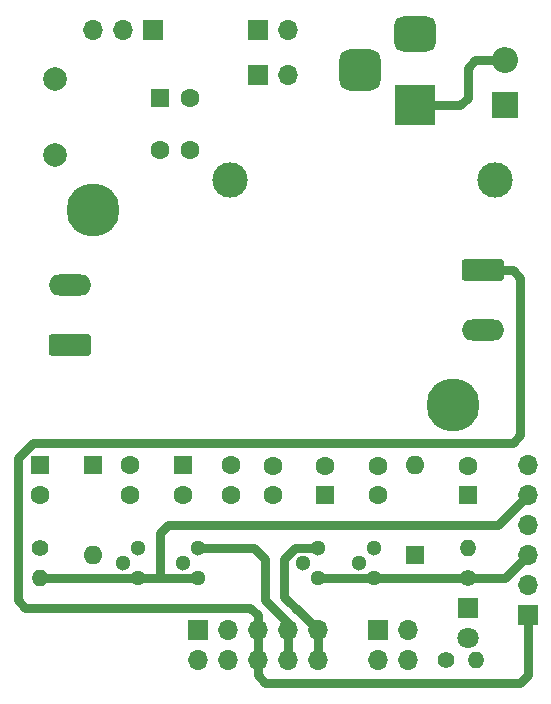
<source format=gbl>
G04 #@! TF.GenerationSoftware,KiCad,Pcbnew,6.0.4+dfsg-1+b1*
G04 #@! TF.CreationDate,2022-04-24T01:25:23+03:00*
G04 #@! TF.ProjectId,yatabaza-power,79617461-6261-47a6-912d-706f7765722e,rev?*
G04 #@! TF.SameCoordinates,Original*
G04 #@! TF.FileFunction,Copper,L2,Bot*
G04 #@! TF.FilePolarity,Positive*
%FSLAX46Y46*%
G04 Gerber Fmt 4.6, Leading zero omitted, Abs format (unit mm)*
G04 Created by KiCad (PCBNEW 6.0.4+dfsg-1+b1) date 2022-04-24 01:25:23*
%MOMM*%
%LPD*%
G01*
G04 APERTURE LIST*
G04 Aperture macros list*
%AMRoundRect*
0 Rectangle with rounded corners*
0 $1 Rounding radius*
0 $2 $3 $4 $5 $6 $7 $8 $9 X,Y pos of 4 corners*
0 Add a 4 corners polygon primitive as box body*
4,1,4,$2,$3,$4,$5,$6,$7,$8,$9,$2,$3,0*
0 Add four circle primitives for the rounded corners*
1,1,$1+$1,$2,$3*
1,1,$1+$1,$4,$5*
1,1,$1+$1,$6,$7*
1,1,$1+$1,$8,$9*
0 Add four rect primitives between the rounded corners*
20,1,$1+$1,$2,$3,$4,$5,0*
20,1,$1+$1,$4,$5,$6,$7,0*
20,1,$1+$1,$6,$7,$8,$9,0*
20,1,$1+$1,$8,$9,$2,$3,0*%
G04 Aperture macros list end*
G04 #@! TA.AperFunction,ComponentPad*
%ADD10C,1.600000*%
G04 #@! TD*
G04 #@! TA.AperFunction,ComponentPad*
%ADD11R,1.600000X1.600000*%
G04 #@! TD*
G04 #@! TA.AperFunction,ComponentPad*
%ADD12R,3.500000X3.500000*%
G04 #@! TD*
G04 #@! TA.AperFunction,ComponentPad*
%ADD13RoundRect,0.750000X-1.000000X0.750000X-1.000000X-0.750000X1.000000X-0.750000X1.000000X0.750000X0*%
G04 #@! TD*
G04 #@! TA.AperFunction,ComponentPad*
%ADD14RoundRect,0.875000X-0.875000X0.875000X-0.875000X-0.875000X0.875000X-0.875000X0.875000X0.875000X0*%
G04 #@! TD*
G04 #@! TA.AperFunction,ComponentPad*
%ADD15O,1.600000X1.600000*%
G04 #@! TD*
G04 #@! TA.AperFunction,ComponentPad*
%ADD16R,1.700000X1.700000*%
G04 #@! TD*
G04 #@! TA.AperFunction,ComponentPad*
%ADD17O,1.700000X1.700000*%
G04 #@! TD*
G04 #@! TA.AperFunction,ComponentPad*
%ADD18O,1.300000X1.300000*%
G04 #@! TD*
G04 #@! TA.AperFunction,ComponentPad*
%ADD19C,1.300000*%
G04 #@! TD*
G04 #@! TA.AperFunction,ComponentPad*
%ADD20C,1.400000*%
G04 #@! TD*
G04 #@! TA.AperFunction,ComponentPad*
%ADD21O,1.400000X1.400000*%
G04 #@! TD*
G04 #@! TA.AperFunction,ComponentPad*
%ADD22C,2.000000*%
G04 #@! TD*
G04 #@! TA.AperFunction,ComponentPad*
%ADD23C,3.000000*%
G04 #@! TD*
G04 #@! TA.AperFunction,ComponentPad*
%ADD24R,1.800000X1.800000*%
G04 #@! TD*
G04 #@! TA.AperFunction,ComponentPad*
%ADD25C,1.800000*%
G04 #@! TD*
G04 #@! TA.AperFunction,ComponentPad*
%ADD26R,2.200000X2.200000*%
G04 #@! TD*
G04 #@! TA.AperFunction,ComponentPad*
%ADD27O,2.200000X2.200000*%
G04 #@! TD*
G04 #@! TA.AperFunction,ComponentPad*
%ADD28C,4.500000*%
G04 #@! TD*
G04 #@! TA.AperFunction,ComponentPad*
%ADD29RoundRect,0.250000X1.550000X-0.650000X1.550000X0.650000X-1.550000X0.650000X-1.550000X-0.650000X0*%
G04 #@! TD*
G04 #@! TA.AperFunction,ComponentPad*
%ADD30O,3.600000X1.800000*%
G04 #@! TD*
G04 #@! TA.AperFunction,ComponentPad*
%ADD31RoundRect,0.250000X-1.550000X0.650000X-1.550000X-0.650000X1.550000X-0.650000X1.550000X0.650000X0*%
G04 #@! TD*
G04 #@! TA.AperFunction,Conductor*
%ADD32C,0.750000*%
G04 #@! TD*
G04 APERTURE END LIST*
D10*
X46355000Y-55245000D03*
X46355000Y-52745000D03*
X25400000Y-52705000D03*
X25400000Y-55205000D03*
D11*
X53975000Y-55245000D03*
D10*
X53975000Y-52745000D03*
D11*
X17780000Y-52705000D03*
D10*
X17780000Y-55205000D03*
X37465000Y-55245000D03*
X37465000Y-52745000D03*
X33972500Y-52705000D03*
X33972500Y-55205000D03*
D11*
X41910000Y-55245000D03*
D10*
X41910000Y-52745000D03*
D11*
X29845000Y-52705000D03*
D10*
X29845000Y-55205000D03*
D12*
X49530000Y-22225000D03*
D13*
X49530000Y-16225000D03*
D14*
X44830000Y-19225000D03*
D11*
X49530000Y-60325000D03*
D15*
X49530000Y-52705000D03*
D11*
X22225000Y-52705000D03*
D15*
X22225000Y-60325000D03*
D16*
X59055000Y-65405000D03*
D17*
X59055000Y-62865000D03*
X59055000Y-60325000D03*
X59055000Y-57785000D03*
X59055000Y-55245000D03*
X59055000Y-52705000D03*
D16*
X36195000Y-15875000D03*
D17*
X38735000Y-15875000D03*
D16*
X27305000Y-15875000D03*
D17*
X24765000Y-15875000D03*
X22225000Y-15875000D03*
D18*
X46037500Y-62230000D03*
D19*
X44767500Y-60960000D03*
X46037500Y-59690000D03*
D18*
X26035000Y-62230000D03*
D19*
X24765000Y-60960000D03*
X26035000Y-59690000D03*
D18*
X41275000Y-62230000D03*
D19*
X40005000Y-60960000D03*
X41275000Y-59690000D03*
D18*
X31115000Y-62230000D03*
D19*
X29845000Y-60960000D03*
X31115000Y-59690000D03*
D20*
X53975000Y-62230000D03*
D21*
X53975000Y-59690000D03*
D20*
X17780000Y-59690000D03*
D21*
X17780000Y-62230000D03*
D11*
X27940000Y-21590000D03*
D10*
X30440000Y-21590000D03*
X27940000Y-26035000D03*
X30440000Y-26035000D03*
D22*
X19050000Y-20002500D03*
X19050000Y-26402500D03*
D23*
X56335000Y-28575000D03*
X33835000Y-28575000D03*
D24*
X53975000Y-64770000D03*
D25*
X53975000Y-67310000D03*
D20*
X52120000Y-69215000D03*
D21*
X54660000Y-69215000D03*
D26*
X57150000Y-22225000D03*
D27*
X57150000Y-18415000D03*
D28*
X22225000Y-31115000D03*
X52705000Y-47625000D03*
D29*
X20320000Y-42545000D03*
D30*
X20320000Y-37465000D03*
D31*
X55245000Y-36195000D03*
D30*
X55245000Y-41275000D03*
D16*
X31115000Y-66675000D03*
D17*
X31115000Y-69215000D03*
X33655000Y-66675000D03*
X33655000Y-69215000D03*
X36195000Y-66675000D03*
X36195000Y-69215000D03*
X38735000Y-66675000D03*
X38735000Y-69215000D03*
X41275000Y-66675000D03*
X41275000Y-69215000D03*
D16*
X46355000Y-66675000D03*
D17*
X46355000Y-69215000D03*
X48895000Y-66675000D03*
X48895000Y-69215000D03*
D16*
X36195000Y-19685000D03*
D17*
X38735000Y-19685000D03*
D32*
X38417500Y-63817500D02*
X38417500Y-60642500D01*
X39370000Y-59690000D02*
X41275000Y-59690000D01*
X40640000Y-59690000D02*
X40005000Y-59690000D01*
X39370000Y-64770000D02*
X39846250Y-65246250D01*
X38417500Y-60642500D02*
X39370000Y-59690000D01*
X39846250Y-65246250D02*
X38417500Y-63817500D01*
X41275000Y-66675000D02*
X41275000Y-69215000D01*
X39846250Y-65246250D02*
X41275000Y-66675000D01*
X31115000Y-59690000D02*
X35877500Y-59690000D01*
X38735000Y-66675000D02*
X38735000Y-66040000D01*
X38735000Y-66675000D02*
X38735000Y-69215000D01*
X35877500Y-59690000D02*
X36830000Y-60642500D01*
X38735000Y-66040000D02*
X36830000Y-64135000D01*
X36830000Y-64135000D02*
X36830000Y-60642500D01*
X49380140Y-22225000D02*
X49530000Y-22075140D01*
X49679860Y-22225000D02*
X53340000Y-22225000D01*
X53340000Y-22225000D02*
X53975000Y-21590000D01*
X53975000Y-21590000D02*
X53975000Y-19050000D01*
X53975000Y-19050000D02*
X54610000Y-18415000D01*
X54610000Y-18415000D02*
X57150000Y-18415000D01*
X49530000Y-22075140D02*
X49679860Y-22225000D01*
X36195000Y-70485000D02*
X36830000Y-71120000D01*
X36830000Y-71120000D02*
X58420000Y-71120000D01*
X58420000Y-71120000D02*
X59055000Y-70485000D01*
X59055000Y-70485000D02*
X59055000Y-65405000D01*
X58420000Y-50165000D02*
X58420000Y-36830000D01*
X57785000Y-36195000D02*
X55245000Y-36195000D01*
X57785000Y-50800000D02*
X58420000Y-50165000D01*
X58420000Y-36830000D02*
X57785000Y-36195000D01*
X36195000Y-66675000D02*
X36195000Y-65405000D01*
X15875000Y-64135000D02*
X15875000Y-52070000D01*
X36195000Y-69215000D02*
X36195000Y-70485000D01*
X35560000Y-64770000D02*
X16510000Y-64770000D01*
X17145000Y-50800000D02*
X57785000Y-50800000D01*
X15875000Y-52070000D02*
X17145000Y-50800000D01*
X36195000Y-69215000D02*
X36195000Y-66675000D01*
X16510000Y-64770000D02*
X15875000Y-64135000D01*
X36195000Y-65405000D02*
X35560000Y-64770000D01*
X56515000Y-62230000D02*
X57150000Y-62230000D01*
X57150000Y-62230000D02*
X59055000Y-60325000D01*
X53975000Y-62230000D02*
X56515000Y-62230000D01*
X45720000Y-62230000D02*
X53975000Y-62230000D01*
X41275000Y-62230000D02*
X46037500Y-62230000D01*
X28575000Y-62230000D02*
X31115000Y-62230000D01*
X27940000Y-62230000D02*
X28575000Y-62230000D01*
X27940000Y-59055000D02*
X27940000Y-58420000D01*
X27940000Y-58420000D02*
X28575000Y-57785000D01*
X28575000Y-57785000D02*
X56515000Y-57785000D01*
X56515000Y-57785000D02*
X57150000Y-57150000D01*
X57150000Y-57150000D02*
X59055000Y-55245000D01*
X27940000Y-62230000D02*
X27940000Y-59055000D01*
X26035000Y-62230000D02*
X27940000Y-62230000D01*
X17780000Y-62230000D02*
X26035000Y-62230000D01*
M02*

</source>
